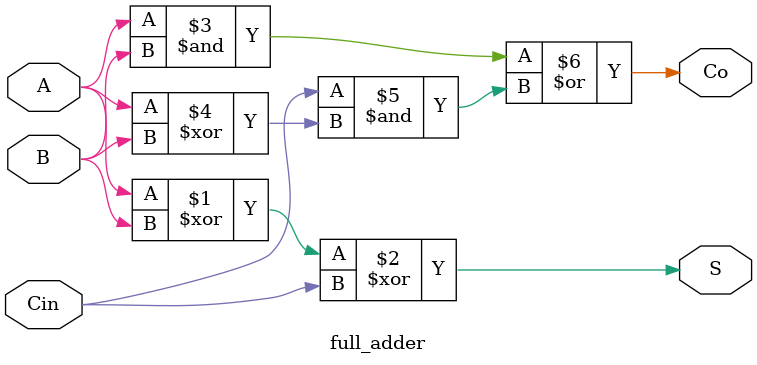
<source format=v>
module full_adder(
	input A,B,Cin,
	output S,Co
);

	assign S = A^B^Cin;
	assign Co = (A & B) | (Cin & (A^B));
	
endmodule


</source>
